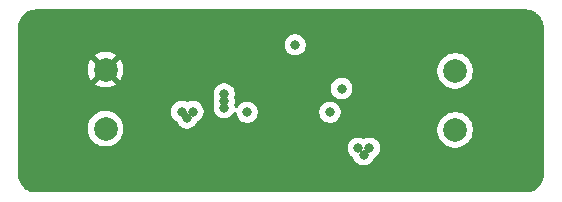
<source format=gbr>
%TF.GenerationSoftware,KiCad,Pcbnew,9.0.7*%
%TF.CreationDate,2026-01-20T23:43:31-08:00*%
%TF.ProjectId,PCBs,50434273-2e6b-4696-9361-645f70636258,rev?*%
%TF.SameCoordinates,Original*%
%TF.FileFunction,Copper,L3,Inr*%
%TF.FilePolarity,Positive*%
%FSLAX46Y46*%
G04 Gerber Fmt 4.6, Leading zero omitted, Abs format (unit mm)*
G04 Created by KiCad (PCBNEW 9.0.7) date 2026-01-20 23:43:31*
%MOMM*%
%LPD*%
G01*
G04 APERTURE LIST*
%TA.AperFunction,ComponentPad*%
%ADD10C,2.000000*%
%TD*%
%TA.AperFunction,ViaPad*%
%ADD11C,0.800000*%
%TD*%
G04 APERTURE END LIST*
D10*
%TO.N,GND*%
%TO.C,P1*%
X136400000Y-117100000D03*
%TO.N,VCCIN*%
X136400000Y-112100000D03*
%TD*%
%TO.N,GND*%
%TO.C,P2*%
X166000000Y-117200000D03*
%TO.N,VCCOUT*%
X166000000Y-112200000D03*
%TD*%
D11*
%TO.N,VCCOUT*%
X148400000Y-115700000D03*
X156400000Y-113700000D03*
X152460000Y-110000000D03*
X155400000Y-115700000D03*
%TO.N,GND*%
X158250000Y-119300000D03*
X157800000Y-118750000D03*
X158750000Y-118750000D03*
X142850000Y-115650000D03*
X143300000Y-116200000D03*
X143800000Y-115650000D03*
X146450000Y-114750000D03*
X146450000Y-114175000D03*
X146450000Y-115325000D03*
%TO.N,VCCIN*%
X144500000Y-114200000D03*
X144500000Y-113625000D03*
%TD*%
%TA.AperFunction,Conductor*%
%TO.N,VCCIN*%
G36*
X172004418Y-107000816D02*
G01*
X172188771Y-107014001D01*
X172199293Y-107015208D01*
X172238342Y-107021392D01*
X172245235Y-107022688D01*
X172404658Y-107057368D01*
X172416578Y-107060592D01*
X172446235Y-107070228D01*
X172451162Y-107071946D01*
X172612703Y-107132198D01*
X172625644Y-107137887D01*
X172633722Y-107142002D01*
X172634751Y-107142527D01*
X172637863Y-107144169D01*
X172802914Y-107234293D01*
X172817784Y-107243849D01*
X172887073Y-107295719D01*
X172974867Y-107361441D01*
X172988237Y-107373027D01*
X173126972Y-107511762D01*
X173138558Y-107525132D01*
X173256148Y-107682213D01*
X173265710Y-107697093D01*
X173310462Y-107779050D01*
X173355815Y-107862109D01*
X173357461Y-107865228D01*
X173362104Y-107874338D01*
X173367807Y-107887311D01*
X173428039Y-108048799D01*
X173429788Y-108053815D01*
X173439400Y-108083398D01*
X173442635Y-108095358D01*
X173477304Y-108254731D01*
X173478612Y-108261692D01*
X173484788Y-108300688D01*
X173485998Y-108311238D01*
X173499184Y-108495582D01*
X173499500Y-108504429D01*
X173499500Y-120995570D01*
X173499184Y-121004417D01*
X173485998Y-121188760D01*
X173484788Y-121199310D01*
X173478612Y-121238306D01*
X173477304Y-121245267D01*
X173442635Y-121404640D01*
X173439400Y-121416600D01*
X173429788Y-121446183D01*
X173428039Y-121451199D01*
X173367807Y-121612687D01*
X173362105Y-121625656D01*
X173362105Y-121625657D01*
X173357476Y-121634740D01*
X173355829Y-121637862D01*
X173265710Y-121802906D01*
X173256144Y-121817791D01*
X173138558Y-121974867D01*
X173126972Y-121988237D01*
X172988237Y-122126972D01*
X172974867Y-122138558D01*
X172817791Y-122256144D01*
X172802906Y-122265710D01*
X172637862Y-122355829D01*
X172634740Y-122357476D01*
X172625657Y-122362105D01*
X172612687Y-122367807D01*
X172451199Y-122428039D01*
X172446183Y-122429788D01*
X172416600Y-122439400D01*
X172404640Y-122442635D01*
X172245267Y-122477304D01*
X172238306Y-122478612D01*
X172199310Y-122484788D01*
X172188760Y-122485998D01*
X172004418Y-122499184D01*
X171995571Y-122499500D01*
X130504429Y-122499500D01*
X130495582Y-122499184D01*
X130311238Y-122485998D01*
X130300688Y-122484788D01*
X130261692Y-122478612D01*
X130254731Y-122477304D01*
X130095358Y-122442635D01*
X130083398Y-122439400D01*
X130053815Y-122429788D01*
X130048799Y-122428039D01*
X129887311Y-122367807D01*
X129874338Y-122362104D01*
X129865228Y-122357461D01*
X129862109Y-122355815D01*
X129797105Y-122320321D01*
X129697088Y-122265707D01*
X129682213Y-122256148D01*
X129525132Y-122138558D01*
X129511762Y-122126972D01*
X129373027Y-121988237D01*
X129361441Y-121974867D01*
X129243849Y-121817784D01*
X129234293Y-121802914D01*
X129144169Y-121637862D01*
X129142527Y-121634751D01*
X129137893Y-121625657D01*
X129137887Y-121625644D01*
X129132198Y-121612703D01*
X129071946Y-121451162D01*
X129070228Y-121446235D01*
X129060592Y-121416578D01*
X129057368Y-121404658D01*
X129022688Y-121245235D01*
X129021392Y-121238342D01*
X129015208Y-121199293D01*
X129014001Y-121188771D01*
X129000816Y-121004417D01*
X129000500Y-120995572D01*
X129000500Y-118661304D01*
X156899500Y-118661304D01*
X156899500Y-118838695D01*
X156934103Y-119012658D01*
X156934106Y-119012667D01*
X157001983Y-119176540D01*
X157001990Y-119176553D01*
X157100535Y-119324034D01*
X157100538Y-119324038D01*
X157225961Y-119449461D01*
X157225965Y-119449464D01*
X157348515Y-119531350D01*
X157393320Y-119584962D01*
X157394185Y-119587000D01*
X157451983Y-119726540D01*
X157451990Y-119726553D01*
X157550535Y-119874034D01*
X157550538Y-119874038D01*
X157675961Y-119999461D01*
X157675965Y-119999464D01*
X157823446Y-120098009D01*
X157823459Y-120098016D01*
X157946363Y-120148923D01*
X157987334Y-120165894D01*
X157987336Y-120165894D01*
X157987341Y-120165896D01*
X158161304Y-120200499D01*
X158161307Y-120200500D01*
X158161309Y-120200500D01*
X158338693Y-120200500D01*
X158338694Y-120200499D01*
X158396682Y-120188964D01*
X158512658Y-120165896D01*
X158512661Y-120165894D01*
X158512666Y-120165894D01*
X158676547Y-120098013D01*
X158824035Y-119999464D01*
X158949464Y-119874035D01*
X159048013Y-119726547D01*
X159091004Y-119622754D01*
X159134843Y-119568354D01*
X159158107Y-119555650D01*
X159176547Y-119548013D01*
X159324035Y-119449464D01*
X159449464Y-119324035D01*
X159548013Y-119176547D01*
X159615894Y-119012666D01*
X159650500Y-118838691D01*
X159650500Y-118661309D01*
X159650500Y-118661306D01*
X159650499Y-118661304D01*
X159615896Y-118487341D01*
X159615893Y-118487332D01*
X159548016Y-118323459D01*
X159548009Y-118323446D01*
X159449464Y-118175965D01*
X159449461Y-118175961D01*
X159324038Y-118050538D01*
X159324034Y-118050535D01*
X159176553Y-117951990D01*
X159176540Y-117951983D01*
X159012667Y-117884106D01*
X159012658Y-117884103D01*
X158838694Y-117849500D01*
X158838691Y-117849500D01*
X158661309Y-117849500D01*
X158661306Y-117849500D01*
X158487341Y-117884103D01*
X158487332Y-117884106D01*
X158322452Y-117952401D01*
X158252982Y-117959870D01*
X158227548Y-117952401D01*
X158062667Y-117884106D01*
X158062658Y-117884103D01*
X157888694Y-117849500D01*
X157888691Y-117849500D01*
X157711309Y-117849500D01*
X157711306Y-117849500D01*
X157537341Y-117884103D01*
X157537332Y-117884106D01*
X157373459Y-117951983D01*
X157373446Y-117951990D01*
X157225965Y-118050535D01*
X157225961Y-118050538D01*
X157100538Y-118175961D01*
X157100535Y-118175965D01*
X157001990Y-118323446D01*
X157001983Y-118323459D01*
X156934106Y-118487332D01*
X156934103Y-118487341D01*
X156899500Y-118661304D01*
X129000500Y-118661304D01*
X129000500Y-116981902D01*
X134899500Y-116981902D01*
X134899500Y-117218097D01*
X134936446Y-117451368D01*
X135009433Y-117675996D01*
X135097839Y-117849500D01*
X135116657Y-117886433D01*
X135255483Y-118077510D01*
X135422490Y-118244517D01*
X135613567Y-118383343D01*
X135712991Y-118434002D01*
X135824003Y-118490566D01*
X135824005Y-118490566D01*
X135824008Y-118490568D01*
X135944412Y-118529689D01*
X136048631Y-118563553D01*
X136281903Y-118600500D01*
X136281908Y-118600500D01*
X136518097Y-118600500D01*
X136751368Y-118563553D01*
X136832209Y-118537286D01*
X136975992Y-118490568D01*
X137186433Y-118383343D01*
X137377510Y-118244517D01*
X137544517Y-118077510D01*
X137683343Y-117886433D01*
X137790568Y-117675992D01*
X137863553Y-117451368D01*
X137884662Y-117318092D01*
X137900500Y-117218097D01*
X137900500Y-116981902D01*
X137863553Y-116748631D01*
X137815422Y-116600500D01*
X137790568Y-116524008D01*
X137790566Y-116524005D01*
X137790566Y-116524003D01*
X137683342Y-116313566D01*
X137654621Y-116274035D01*
X137544517Y-116122490D01*
X137377510Y-115955483D01*
X137186433Y-115816657D01*
X137172253Y-115809432D01*
X136975996Y-115709433D01*
X136912307Y-115688739D01*
X136827396Y-115661150D01*
X136751368Y-115636446D01*
X136518097Y-115599500D01*
X136518092Y-115599500D01*
X136281908Y-115599500D01*
X136281903Y-115599500D01*
X136048631Y-115636446D01*
X135824003Y-115709433D01*
X135613566Y-115816657D01*
X135504550Y-115895862D01*
X135422490Y-115955483D01*
X135422488Y-115955485D01*
X135422487Y-115955485D01*
X135255485Y-116122487D01*
X135255485Y-116122488D01*
X135255483Y-116122490D01*
X135205783Y-116190896D01*
X135116657Y-116313566D01*
X135009433Y-116524003D01*
X134936446Y-116748631D01*
X134899500Y-116981902D01*
X129000500Y-116981902D01*
X129000500Y-115561304D01*
X141949500Y-115561304D01*
X141949500Y-115738695D01*
X141984103Y-115912658D01*
X141984106Y-115912667D01*
X142051983Y-116076540D01*
X142051990Y-116076553D01*
X142150535Y-116224034D01*
X142150538Y-116224038D01*
X142275961Y-116349461D01*
X142275965Y-116349464D01*
X142398515Y-116431350D01*
X142443320Y-116484962D01*
X142444185Y-116487000D01*
X142501983Y-116626540D01*
X142501990Y-116626553D01*
X142600535Y-116774034D01*
X142600538Y-116774038D01*
X142725961Y-116899461D01*
X142725965Y-116899464D01*
X142873446Y-116998009D01*
X142873459Y-116998016D01*
X142996363Y-117048923D01*
X143037334Y-117065894D01*
X143037336Y-117065894D01*
X143037341Y-117065896D01*
X143211304Y-117100499D01*
X143211307Y-117100500D01*
X143211309Y-117100500D01*
X143388693Y-117100500D01*
X143388694Y-117100499D01*
X143482189Y-117081902D01*
X164499500Y-117081902D01*
X164499500Y-117318097D01*
X164536446Y-117551368D01*
X164609433Y-117775996D01*
X164665704Y-117886433D01*
X164716657Y-117986433D01*
X164855483Y-118177510D01*
X165022490Y-118344517D01*
X165213567Y-118483343D01*
X165312991Y-118534002D01*
X165424003Y-118590566D01*
X165424005Y-118590566D01*
X165424008Y-118590568D01*
X165544412Y-118629689D01*
X165648631Y-118663553D01*
X165881903Y-118700500D01*
X165881908Y-118700500D01*
X166118097Y-118700500D01*
X166351368Y-118663553D01*
X166358274Y-118661309D01*
X166575992Y-118590568D01*
X166786433Y-118483343D01*
X166977510Y-118344517D01*
X167144517Y-118177510D01*
X167283343Y-117986433D01*
X167390568Y-117775992D01*
X167463553Y-117551368D01*
X167500500Y-117318097D01*
X167500500Y-117081902D01*
X167463553Y-116848631D01*
X167391393Y-116626547D01*
X167390568Y-116624008D01*
X167390566Y-116624005D01*
X167390566Y-116624003D01*
X167320759Y-116487000D01*
X167283343Y-116413567D01*
X167144517Y-116222490D01*
X166977510Y-116055483D01*
X166786433Y-115916657D01*
X166751846Y-115899034D01*
X166575996Y-115809433D01*
X166351368Y-115736446D01*
X166118097Y-115699500D01*
X166118092Y-115699500D01*
X165881908Y-115699500D01*
X165881903Y-115699500D01*
X165648631Y-115736446D01*
X165424003Y-115809433D01*
X165213566Y-115916657D01*
X165104550Y-115995862D01*
X165022490Y-116055483D01*
X165022488Y-116055485D01*
X165022487Y-116055485D01*
X164855485Y-116222487D01*
X164855485Y-116222488D01*
X164855483Y-116222490D01*
X164818034Y-116274034D01*
X164716657Y-116413566D01*
X164609433Y-116624003D01*
X164536446Y-116848631D01*
X164499500Y-117081902D01*
X143482189Y-117081902D01*
X143562658Y-117065896D01*
X143562661Y-117065894D01*
X143562666Y-117065894D01*
X143726547Y-116998013D01*
X143874035Y-116899464D01*
X143999464Y-116774035D01*
X144098013Y-116626547D01*
X144141004Y-116522754D01*
X144184843Y-116468354D01*
X144208107Y-116455650D01*
X144226547Y-116448013D01*
X144374035Y-116349464D01*
X144499464Y-116224035D01*
X144598013Y-116076547D01*
X144665894Y-115912666D01*
X144668606Y-115899035D01*
X144688964Y-115796682D01*
X144700500Y-115738691D01*
X144700500Y-115561309D01*
X144700500Y-115561306D01*
X144700499Y-115561304D01*
X144665896Y-115387341D01*
X144665893Y-115387332D01*
X144598016Y-115223459D01*
X144598009Y-115223446D01*
X144499464Y-115075965D01*
X144499461Y-115075961D01*
X144374038Y-114950538D01*
X144374034Y-114950535D01*
X144226553Y-114851990D01*
X144226540Y-114851983D01*
X144062667Y-114784106D01*
X144062658Y-114784103D01*
X143888694Y-114749500D01*
X143888691Y-114749500D01*
X143711309Y-114749500D01*
X143711306Y-114749500D01*
X143537341Y-114784103D01*
X143537332Y-114784106D01*
X143372452Y-114852401D01*
X143302982Y-114859870D01*
X143277548Y-114852401D01*
X143112667Y-114784106D01*
X143112658Y-114784103D01*
X142938694Y-114749500D01*
X142938691Y-114749500D01*
X142761309Y-114749500D01*
X142761306Y-114749500D01*
X142587341Y-114784103D01*
X142587332Y-114784106D01*
X142423459Y-114851983D01*
X142423446Y-114851990D01*
X142275965Y-114950535D01*
X142275961Y-114950538D01*
X142150538Y-115075961D01*
X142150535Y-115075965D01*
X142051990Y-115223446D01*
X142051983Y-115223459D01*
X141984106Y-115387332D01*
X141984103Y-115387341D01*
X141949500Y-115561304D01*
X129000500Y-115561304D01*
X129000500Y-114086304D01*
X145549500Y-114086304D01*
X145549500Y-114263695D01*
X145584233Y-114438309D01*
X145584233Y-114486691D01*
X145549500Y-114661304D01*
X145549500Y-114838695D01*
X145584233Y-115013309D01*
X145584233Y-115061691D01*
X145549500Y-115236304D01*
X145549500Y-115413695D01*
X145584103Y-115587658D01*
X145584106Y-115587667D01*
X145651983Y-115751540D01*
X145651990Y-115751553D01*
X145750535Y-115899034D01*
X145750538Y-115899038D01*
X145875961Y-116024461D01*
X145875965Y-116024464D01*
X146023446Y-116123009D01*
X146023459Y-116123016D01*
X146146363Y-116173923D01*
X146187334Y-116190894D01*
X146187336Y-116190894D01*
X146187341Y-116190896D01*
X146361304Y-116225499D01*
X146361307Y-116225500D01*
X146361309Y-116225500D01*
X146538693Y-116225500D01*
X146538694Y-116225499D01*
X146596682Y-116213964D01*
X146712658Y-116190896D01*
X146712661Y-116190894D01*
X146712666Y-116190894D01*
X146876547Y-116123013D01*
X147024035Y-116024464D01*
X147149464Y-115899035D01*
X147248013Y-115751547D01*
X147260938Y-115720340D01*
X147304779Y-115665938D01*
X147371073Y-115643872D01*
X147438772Y-115661150D01*
X147486383Y-115712287D01*
X147499500Y-115767793D01*
X147499500Y-115788695D01*
X147534103Y-115962658D01*
X147534106Y-115962667D01*
X147601983Y-116126540D01*
X147601990Y-116126553D01*
X147700535Y-116274034D01*
X147700538Y-116274038D01*
X147825961Y-116399461D01*
X147825965Y-116399464D01*
X147973446Y-116498009D01*
X147973459Y-116498016D01*
X148036211Y-116524008D01*
X148137334Y-116565894D01*
X148137336Y-116565894D01*
X148137341Y-116565896D01*
X148311304Y-116600499D01*
X148311307Y-116600500D01*
X148311309Y-116600500D01*
X148488693Y-116600500D01*
X148488694Y-116600499D01*
X148546682Y-116588964D01*
X148662658Y-116565896D01*
X148662661Y-116565894D01*
X148662666Y-116565894D01*
X148826547Y-116498013D01*
X148974035Y-116399464D01*
X149099464Y-116274035D01*
X149198013Y-116126547D01*
X149199479Y-116123009D01*
X149218726Y-116076540D01*
X149265894Y-115962666D01*
X149267323Y-115955485D01*
X149300499Y-115788695D01*
X149300500Y-115788693D01*
X149300500Y-115611306D01*
X149300499Y-115611304D01*
X154499500Y-115611304D01*
X154499500Y-115788695D01*
X154534103Y-115962658D01*
X154534106Y-115962667D01*
X154601983Y-116126540D01*
X154601990Y-116126553D01*
X154700535Y-116274034D01*
X154700538Y-116274038D01*
X154825961Y-116399461D01*
X154825965Y-116399464D01*
X154973446Y-116498009D01*
X154973459Y-116498016D01*
X155036211Y-116524008D01*
X155137334Y-116565894D01*
X155137336Y-116565894D01*
X155137341Y-116565896D01*
X155311304Y-116600499D01*
X155311307Y-116600500D01*
X155311309Y-116600500D01*
X155488693Y-116600500D01*
X155488694Y-116600499D01*
X155546682Y-116588964D01*
X155662658Y-116565896D01*
X155662661Y-116565894D01*
X155662666Y-116565894D01*
X155826547Y-116498013D01*
X155974035Y-116399464D01*
X156099464Y-116274035D01*
X156198013Y-116126547D01*
X156199479Y-116123009D01*
X156218726Y-116076540D01*
X156265894Y-115962666D01*
X156267323Y-115955485D01*
X156300499Y-115788695D01*
X156300500Y-115788693D01*
X156300500Y-115611306D01*
X156300499Y-115611304D01*
X156265896Y-115437341D01*
X156265893Y-115437332D01*
X156256102Y-115413695D01*
X156242613Y-115381127D01*
X156198016Y-115273459D01*
X156198009Y-115273446D01*
X156099464Y-115125965D01*
X156099461Y-115125961D01*
X155974038Y-115000538D01*
X155974034Y-115000535D01*
X155826553Y-114901990D01*
X155826540Y-114901983D01*
X155662667Y-114834106D01*
X155662658Y-114834103D01*
X155488694Y-114799500D01*
X155488691Y-114799500D01*
X155311309Y-114799500D01*
X155311306Y-114799500D01*
X155137341Y-114834103D01*
X155137332Y-114834106D01*
X154973459Y-114901983D01*
X154973446Y-114901990D01*
X154825965Y-115000535D01*
X154825961Y-115000538D01*
X154700538Y-115125961D01*
X154700535Y-115125965D01*
X154601990Y-115273446D01*
X154601983Y-115273459D01*
X154534106Y-115437332D01*
X154534103Y-115437341D01*
X154499500Y-115611304D01*
X149300499Y-115611304D01*
X149265896Y-115437341D01*
X149265893Y-115437332D01*
X149256102Y-115413695D01*
X149242613Y-115381127D01*
X149198016Y-115273459D01*
X149198009Y-115273446D01*
X149099464Y-115125965D01*
X149099461Y-115125961D01*
X148974038Y-115000538D01*
X148974034Y-115000535D01*
X148826553Y-114901990D01*
X148826540Y-114901983D01*
X148662667Y-114834106D01*
X148662658Y-114834103D01*
X148488694Y-114799500D01*
X148488691Y-114799500D01*
X148311309Y-114799500D01*
X148311306Y-114799500D01*
X148137341Y-114834103D01*
X148137332Y-114834106D01*
X147973459Y-114901983D01*
X147973446Y-114901990D01*
X147825965Y-115000535D01*
X147825961Y-115000538D01*
X147700538Y-115125961D01*
X147700535Y-115125965D01*
X147601990Y-115273446D01*
X147601983Y-115273459D01*
X147589061Y-115304658D01*
X147545220Y-115359062D01*
X147478926Y-115381127D01*
X147411227Y-115363848D01*
X147363616Y-115312711D01*
X147352233Y-115277862D01*
X147350500Y-115267603D01*
X147350500Y-115236309D01*
X147315894Y-115062334D01*
X147315772Y-115062039D01*
X147315116Y-115058156D01*
X147315766Y-115052684D01*
X147315766Y-115013308D01*
X147328253Y-114950536D01*
X147337910Y-114901987D01*
X147350500Y-114838693D01*
X147350500Y-114661306D01*
X147315766Y-114486692D01*
X147315766Y-114438308D01*
X147350500Y-114263693D01*
X147350500Y-114086306D01*
X147350499Y-114086304D01*
X147315896Y-113912341D01*
X147315893Y-113912332D01*
X147248016Y-113748459D01*
X147248012Y-113748452D01*
X147248008Y-113748446D01*
X147156372Y-113611304D01*
X155499500Y-113611304D01*
X155499500Y-113788695D01*
X155534103Y-113962658D01*
X155534106Y-113962667D01*
X155601983Y-114126540D01*
X155601990Y-114126553D01*
X155700535Y-114274034D01*
X155700538Y-114274038D01*
X155825961Y-114399461D01*
X155825965Y-114399464D01*
X155973446Y-114498009D01*
X155973459Y-114498016D01*
X156096363Y-114548923D01*
X156137334Y-114565894D01*
X156137336Y-114565894D01*
X156137341Y-114565896D01*
X156311304Y-114600499D01*
X156311307Y-114600500D01*
X156311309Y-114600500D01*
X156488693Y-114600500D01*
X156488694Y-114600499D01*
X156546682Y-114588964D01*
X156662658Y-114565896D01*
X156662661Y-114565894D01*
X156662666Y-114565894D01*
X156826547Y-114498013D01*
X156974035Y-114399464D01*
X157099464Y-114274035D01*
X157198013Y-114126547D01*
X157265894Y-113962666D01*
X157275905Y-113912341D01*
X157300499Y-113788695D01*
X157300500Y-113788693D01*
X157300500Y-113611306D01*
X157300499Y-113611304D01*
X157265896Y-113437341D01*
X157265893Y-113437332D01*
X157198016Y-113273459D01*
X157198009Y-113273446D01*
X157099464Y-113125965D01*
X157099461Y-113125961D01*
X156974038Y-113000538D01*
X156974034Y-113000535D01*
X156826553Y-112901990D01*
X156826540Y-112901983D01*
X156662667Y-112834106D01*
X156662658Y-112834103D01*
X156488694Y-112799500D01*
X156488691Y-112799500D01*
X156311309Y-112799500D01*
X156311306Y-112799500D01*
X156137341Y-112834103D01*
X156137332Y-112834106D01*
X155973459Y-112901983D01*
X155973446Y-112901990D01*
X155825965Y-113000535D01*
X155825961Y-113000538D01*
X155700538Y-113125961D01*
X155700535Y-113125965D01*
X155601990Y-113273446D01*
X155601983Y-113273459D01*
X155534106Y-113437332D01*
X155534103Y-113437341D01*
X155499500Y-113611304D01*
X147156372Y-113611304D01*
X147149464Y-113600965D01*
X147149461Y-113600961D01*
X147024038Y-113475538D01*
X147024034Y-113475535D01*
X146876553Y-113376990D01*
X146876540Y-113376983D01*
X146712667Y-113309106D01*
X146712658Y-113309103D01*
X146538694Y-113274500D01*
X146538691Y-113274500D01*
X146361309Y-113274500D01*
X146361306Y-113274500D01*
X146187341Y-113309103D01*
X146187332Y-113309106D01*
X146023459Y-113376983D01*
X146023446Y-113376990D01*
X145875965Y-113475535D01*
X145875961Y-113475538D01*
X145750538Y-113600961D01*
X145750535Y-113600965D01*
X145651990Y-113748446D01*
X145651983Y-113748459D01*
X145584106Y-113912332D01*
X145584103Y-113912341D01*
X145549500Y-114086304D01*
X129000500Y-114086304D01*
X129000500Y-111981947D01*
X134900000Y-111981947D01*
X134900000Y-112218052D01*
X134936934Y-112451247D01*
X135009897Y-112675802D01*
X135117087Y-112886174D01*
X135177338Y-112969104D01*
X135177340Y-112969105D01*
X135835429Y-112311016D01*
X135840937Y-112331571D01*
X135919922Y-112468377D01*
X136031623Y-112580078D01*
X136168429Y-112659063D01*
X136188982Y-112664570D01*
X135530893Y-113322658D01*
X135613828Y-113382914D01*
X135824197Y-113490102D01*
X136048752Y-113563065D01*
X136048751Y-113563065D01*
X136281948Y-113600000D01*
X136518052Y-113600000D01*
X136751247Y-113563065D01*
X136975802Y-113490102D01*
X137186163Y-113382918D01*
X137186169Y-113382914D01*
X137269104Y-113322658D01*
X137269105Y-113322658D01*
X136611016Y-112664570D01*
X136631571Y-112659063D01*
X136768377Y-112580078D01*
X136880078Y-112468377D01*
X136959063Y-112331571D01*
X136964570Y-112311017D01*
X137622658Y-112969105D01*
X137622658Y-112969104D01*
X137682914Y-112886169D01*
X137682918Y-112886163D01*
X137790102Y-112675802D01*
X137863065Y-112451247D01*
X137900000Y-112218052D01*
X137900000Y-112081902D01*
X164499500Y-112081902D01*
X164499500Y-112318097D01*
X164536446Y-112551368D01*
X164609433Y-112775996D01*
X164673631Y-112901990D01*
X164716657Y-112986433D01*
X164855483Y-113177510D01*
X165022490Y-113344517D01*
X165213567Y-113483343D01*
X165312991Y-113534002D01*
X165424003Y-113590566D01*
X165424005Y-113590566D01*
X165424008Y-113590568D01*
X165544412Y-113629689D01*
X165648631Y-113663553D01*
X165881903Y-113700500D01*
X165881908Y-113700500D01*
X166118097Y-113700500D01*
X166351368Y-113663553D01*
X166575992Y-113590568D01*
X166786433Y-113483343D01*
X166977510Y-113344517D01*
X167144517Y-113177510D01*
X167283343Y-112986433D01*
X167390568Y-112775992D01*
X167463553Y-112551368D01*
X167500500Y-112318097D01*
X167500500Y-112081902D01*
X167463553Y-111848631D01*
X167390566Y-111624003D01*
X167283342Y-111413566D01*
X167144517Y-111222490D01*
X166977510Y-111055483D01*
X166786433Y-110916657D01*
X166754721Y-110900499D01*
X166575996Y-110809433D01*
X166351368Y-110736446D01*
X166118097Y-110699500D01*
X166118092Y-110699500D01*
X165881908Y-110699500D01*
X165881903Y-110699500D01*
X165648631Y-110736446D01*
X165424003Y-110809433D01*
X165213566Y-110916657D01*
X165104550Y-110995862D01*
X165022490Y-111055483D01*
X165022488Y-111055485D01*
X165022487Y-111055485D01*
X164855485Y-111222487D01*
X164855485Y-111222488D01*
X164855483Y-111222490D01*
X164795862Y-111304550D01*
X164716657Y-111413566D01*
X164609433Y-111624003D01*
X164536446Y-111848631D01*
X164499500Y-112081902D01*
X137900000Y-112081902D01*
X137900000Y-111981947D01*
X137863065Y-111748752D01*
X137790102Y-111524197D01*
X137682914Y-111313828D01*
X137622658Y-111230894D01*
X137622658Y-111230893D01*
X136964570Y-111888982D01*
X136959063Y-111868429D01*
X136880078Y-111731623D01*
X136768377Y-111619922D01*
X136631571Y-111540937D01*
X136611016Y-111535429D01*
X137269105Y-110877340D01*
X137269104Y-110877338D01*
X137186174Y-110817087D01*
X136975802Y-110709897D01*
X136751247Y-110636934D01*
X136751248Y-110636934D01*
X136518052Y-110600000D01*
X136281948Y-110600000D01*
X136048752Y-110636934D01*
X135824197Y-110709897D01*
X135613830Y-110817084D01*
X135530894Y-110877340D01*
X136188983Y-111535429D01*
X136168429Y-111540937D01*
X136031623Y-111619922D01*
X135919922Y-111731623D01*
X135840937Y-111868429D01*
X135835429Y-111888983D01*
X135177340Y-111230894D01*
X135117084Y-111313830D01*
X135009897Y-111524197D01*
X134936934Y-111748752D01*
X134900000Y-111981947D01*
X129000500Y-111981947D01*
X129000500Y-109911304D01*
X151559500Y-109911304D01*
X151559500Y-110088695D01*
X151594103Y-110262658D01*
X151594106Y-110262667D01*
X151661983Y-110426540D01*
X151661990Y-110426553D01*
X151760535Y-110574034D01*
X151760538Y-110574038D01*
X151885961Y-110699461D01*
X151885965Y-110699464D01*
X152033446Y-110798009D01*
X152033459Y-110798016D01*
X152156363Y-110848923D01*
X152197334Y-110865894D01*
X152197336Y-110865894D01*
X152197341Y-110865896D01*
X152371304Y-110900499D01*
X152371307Y-110900500D01*
X152371309Y-110900500D01*
X152548693Y-110900500D01*
X152548694Y-110900499D01*
X152606682Y-110888964D01*
X152722658Y-110865896D01*
X152722661Y-110865894D01*
X152722666Y-110865894D01*
X152886547Y-110798013D01*
X153034035Y-110699464D01*
X153159464Y-110574035D01*
X153258013Y-110426547D01*
X153325894Y-110262666D01*
X153360500Y-110088691D01*
X153360500Y-109911309D01*
X153360500Y-109911306D01*
X153360499Y-109911304D01*
X153325896Y-109737341D01*
X153325893Y-109737332D01*
X153258016Y-109573459D01*
X153258009Y-109573446D01*
X153159464Y-109425965D01*
X153159461Y-109425961D01*
X153034038Y-109300538D01*
X153034034Y-109300535D01*
X152886553Y-109201990D01*
X152886540Y-109201983D01*
X152722667Y-109134106D01*
X152722658Y-109134103D01*
X152548694Y-109099500D01*
X152548691Y-109099500D01*
X152371309Y-109099500D01*
X152371306Y-109099500D01*
X152197341Y-109134103D01*
X152197332Y-109134106D01*
X152033459Y-109201983D01*
X152033446Y-109201990D01*
X151885965Y-109300535D01*
X151885961Y-109300538D01*
X151760538Y-109425961D01*
X151760535Y-109425965D01*
X151661990Y-109573446D01*
X151661983Y-109573459D01*
X151594106Y-109737332D01*
X151594103Y-109737341D01*
X151559500Y-109911304D01*
X129000500Y-109911304D01*
X129000500Y-108504427D01*
X129000816Y-108495581D01*
X129014002Y-108311220D01*
X129015207Y-108300711D01*
X129021394Y-108261644D01*
X129022685Y-108254777D01*
X129057370Y-108095331D01*
X129060588Y-108083431D01*
X129070237Y-108053734D01*
X129071935Y-108048867D01*
X129132203Y-107887282D01*
X129137880Y-107874367D01*
X129142553Y-107865196D01*
X129144151Y-107862169D01*
X129234295Y-107697082D01*
X129243845Y-107682221D01*
X129361448Y-107525123D01*
X129373020Y-107511769D01*
X129511769Y-107373020D01*
X129525123Y-107361448D01*
X129682221Y-107243845D01*
X129697082Y-107234295D01*
X129862169Y-107144151D01*
X129865196Y-107142553D01*
X129874367Y-107137880D01*
X129887282Y-107132203D01*
X130048867Y-107071935D01*
X130053734Y-107070237D01*
X130083431Y-107060588D01*
X130095331Y-107057370D01*
X130254777Y-107022685D01*
X130261644Y-107021394D01*
X130300711Y-107015207D01*
X130311223Y-107014001D01*
X130495582Y-107000816D01*
X130504428Y-107000500D01*
X171995572Y-107000500D01*
X172004418Y-107000816D01*
G37*
%TD.AperFunction*%
%TD*%
M02*

</source>
